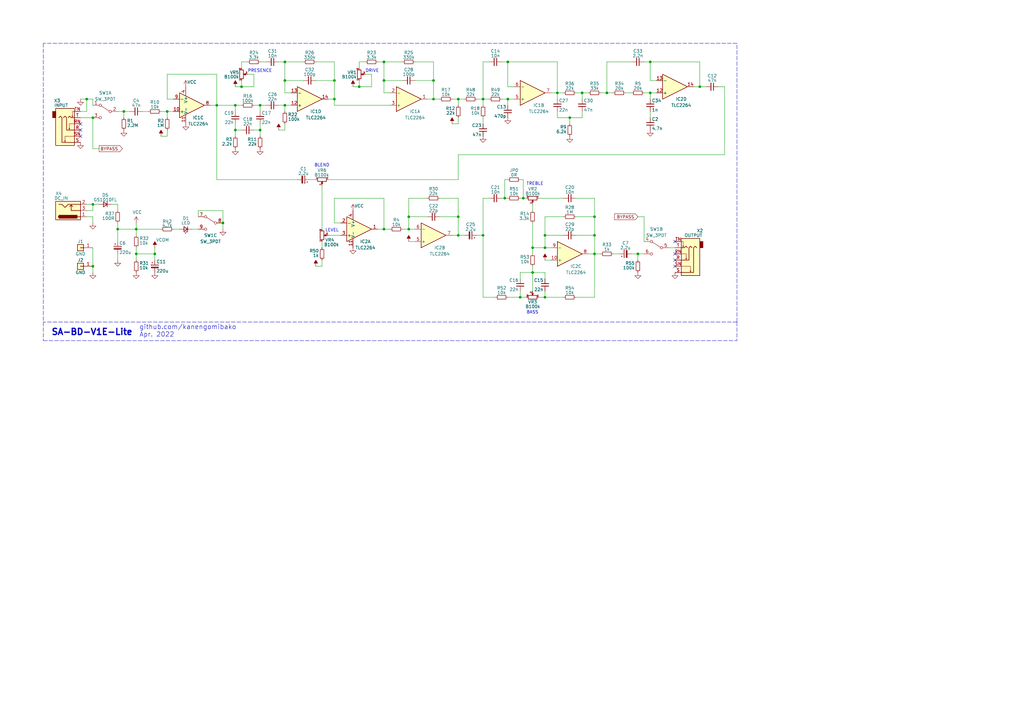
<source format=kicad_sch>
(kicad_sch (version 20211123) (generator eeschema)
  (paper "A3")
  (lib_symbols
    (symbol "Amplifier_Operational:TL074" (pin_names (offset 0.127))
      (property "Reference" "U" (at 0 5.08 0))
      (property "Value" "TL074" (at 0 -5.08 0))
      (symbol "TL074_1_1"
        (pin output line (at 7.62 0 180) (length 2.54) (name "~") (number "1"))
        (pin input line (at -7.62 -2.54 0) (length 2.54) (name "-") (number "2"))
        (pin input line (at -7.62 2.54 0) (length 2.54) (name "+") (number "3"))
      )
      (symbol "TL074_2_1"
        (pin input line (at -7.62 2.54 0) (length 2.54) (name "+") (number "5"))
        (pin input line (at -7.62 -2.54 0) (length 2.54) (name "-") (number "6"))
        (pin output line (at 7.62 0 180) (length 2.54) (name "~") (number "7"))
      )
      (symbol "TL074_3_1"
        (pin input line (at -7.62 2.54 0) (length 2.54) (name "+") (number "10"))
        (pin output line (at 7.62 0 180) (length 2.54) (name "~") (number "8"))
        (pin input line (at -7.62 -2.54 0) (length 2.54) (name "-") (number "9"))
      )
      (symbol "TL074_4_1"
        (pin input line (at -7.62 2.54 0) (length 2.54) (name "+") (number "12"))
        (pin input line (at -7.62 -2.54 0) (length 2.54) (name "-") (number "13"))
        (pin output line (at 7.62 0 180) (length 2.54) (name "~") (number "14"))
      )
      (symbol "TL074_5_1"
        (pin power_in line (at -2.54 -7.62 90) (length 3.81) (name "V-") (number "11"))
        (pin power_in line (at -2.54 7.62 270) (length 3.81) (name "V+") (number "4"))
      )
    )
    (symbol "Connector:AudioJack3_Switch"
      (property "Reference" "J" (at 0 11.43 0))
      (property "Value" "AudioJack3_Switch" (at 0 8.89 0))
      (symbol "AudioJack3_Switch_1_1"
        (pin passive line (at 5.08 0 180) (length 2.54) (name "~") (number "R"))
        (pin passive line (at 5.08 -2.54 180) (length 2.54) (name "~") (number "RN"))
        (pin passive line (at 5.08 5.08 180) (length 2.54) (name "~") (number "S"))
        (pin passive line (at 5.08 2.54 180) (length 2.54) (name "~") (number "SN"))
        (pin passive line (at 5.08 -5.08 180) (length 2.54) (name "~") (number "T"))
        (pin passive line (at 5.08 -7.62 180) (length 2.54) (name "~") (number "TN"))
      )
    )
    (symbol "Connector:Barrel_Jack_Switch" (pin_names hide)
      (property "Reference" "J" (at 0 5.334 0))
      (property "Value" "Barrel_Jack_Switch" (at 0 -5.08 0))
      (symbol "Barrel_Jack_Switch_1_1"
        (pin passive line (at 7.62 2.54 180) (length 2.54) (name "~") (number "1"))
        (pin passive line (at 7.62 -2.54 180) (length 2.54) (name "~") (number "2"))
        (pin passive line (at 7.62 0 180) (length 2.54) (name "~") (number "3"))
      )
    )
    (symbol "Connector_Generic:Conn_01x01" (pin_names (offset 1.016) hide)
      (property "Reference" "J" (at 0 2.54 0))
      (property "Value" "Conn_01x01" (at 0 -2.54 0))
      (symbol "Conn_01x01_1_1"
        (pin passive line (at -5.08 0 0) (length 3.81) (name "Pin_1") (number "1"))
      )
    )
    (symbol "Device:CP_Small" (pin_numbers hide) (pin_names (offset 0.254) hide)
      (property "Reference" "C" (at 0.254 1.778 0))
      (property "Value" "Device_CP_Small" (at 0.254 -2.032 0))
      (symbol "CP_Small_1_1"
        (pin passive line (at 0 2.54 270) (length 1.8542) (name "~") (number "1"))
        (pin passive line (at 0 -2.54 90) (length 1.8542) (name "~") (number "2"))
      )
    )
    (symbol "Device:C_Small" (pin_numbers hide) (pin_names (offset 0.254) hide)
      (property "Reference" "C" (at 0.254 1.778 0))
      (property "Value" "C_Small" (at 0.254 -2.032 0))
      (symbol "C_Small_1_1"
        (pin passive line (at 0 2.54 270) (length 2.032) (name "~") (number "1"))
        (pin passive line (at 0 -2.54 90) (length 2.032) (name "~") (number "2"))
      )
    )
    (symbol "Device:D_Small" (pin_numbers hide) (pin_names (offset 0.254) hide)
      (property "Reference" "D" (at -1.27 2.032 0))
      (property "Value" "D_Small" (at -3.81 -2.032 0))
      (symbol "D_Small_1_1"
        (pin passive line (at -2.54 0 0) (length 1.778) (name "K") (number "1"))
        (pin passive line (at 2.54 0 180) (length 1.778) (name "A") (number "2"))
      )
    )
    (symbol "Device:LED_Small" (pin_numbers hide) (pin_names (offset 0.254) hide)
      (property "Reference" "D" (at -1.27 3.175 0))
      (property "Value" "LED_Small" (at -4.445 -2.54 0))
      (symbol "LED_Small_1_1"
        (pin passive line (at -2.54 0 0) (length 1.778) (name "K") (number "1"))
        (pin passive line (at 2.54 0 180) (length 1.778) (name "A") (number "2"))
      )
    )
    (symbol "Device:R_POT_Small" (pin_names (offset 1.016) hide)
      (property "Reference" "RV" (at -4.445 0 90))
      (property "Value" "Device_R_POT_Small" (at -2.54 0 90))
      (symbol "R_POT_Small_1_1"
        (pin passive line (at 0 2.54 270) (length 0.635) (name "1") (number "1"))
        (pin passive line (at 2.54 0 180) (length 0.9906) (name "2") (number "2"))
        (pin passive line (at 0 -2.54 90) (length 0.635) (name "3") (number "3"))
      )
    )
    (symbol "Device:R_Small" (pin_numbers hide) (pin_names (offset 0.254) hide)
      (property "Reference" "R" (at 0.762 0.508 0))
      (property "Value" "R_Small" (at 0.762 -1.016 0))
      (symbol "R_Small_1_1"
        (pin passive line (at 0 2.54 270) (length 0.762) (name "~") (number "1"))
        (pin passive line (at 0 -2.54 90) (length 0.762) (name "~") (number "2"))
      )
    )
    (symbol "myLib:SW_3PDT" (pin_names (offset 0) hide)
      (property "Reference" "SW" (at 0 4.318 0))
      (property "Value" "SW_3PDT" (at 0 -5.08 0))
      (symbol "SW_3PDT_1_1"
        (pin passive line (at 5.08 2.54 180) (length 2.54) (name "A") (number "1"))
        (pin passive line (at -5.08 0 0) (length 2.54) (name "B") (number "2"))
        (pin passive line (at 5.08 -2.54 180) (length 2.54) (name "C") (number "3"))
      )
      (symbol "SW_3PDT_2_1"
        (pin passive line (at 5.08 2.54 180) (length 2.54) (name "A") (number "4"))
        (pin passive line (at -5.08 0 0) (length 2.54) (name "B") (number "5"))
        (pin passive line (at 5.08 -2.54 180) (length 2.54) (name "C") (number "6"))
      )
      (symbol "SW_3PDT_3_1"
        (pin passive line (at 5.08 2.54 180) (length 2.54) (name "A") (number "7"))
        (pin passive line (at -5.08 0 0) (length 2.54) (name "B") (number "8"))
        (pin passive line (at 5.08 -2.54 180) (length 2.54) (name "C") (number "9"))
      )
    )
    (symbol "power:GND" (power) (pin_names (offset 0))
      (property "Value" "GND" (at 0 -3.81 0))
      (symbol "GND_1_1"
        (pin power_in line (at 0 0 270) (length 0) hide (name "GND") (number "1"))
      )
    )
    (symbol "power:VCC" (power) (pin_names (offset 0))
      (property "Value" "VCC" (at 0 3.81 0))
      (symbol "VCC_1_1"
        (pin power_in line (at 0 0 90) (length 0) hide (name "VCC") (number "1"))
      )
    )
    (symbol "power:VCOM" (power) (pin_names (offset 0))
      (property "Value" "VCOM" (at 0 3.81 0))
      (symbol "VCOM_1_1"
        (pin power_in line (at 0 0 90) (length 0) hide (name "VCOM") (number "1"))
      )
    )
  )
  (junction (at 38.1 48.26))
  (junction (at 266.7 38.1))
  (junction (at 214.63 81.28))
  (junction (at 208.28 40.64))
  (junction (at 177.8 33.02))
  (junction (at 157.48 33.02))
  (junction (at 106.68 53.34))
  (junction (at 68.58 45.72))
  (junction (at 91.44 91.44))
  (junction (at 116.84 25.4))
  (junction (at 167.64 88.9))
  (junction (at 167.64 93.98))
  (junction (at 198.12 96.52))
  (junction (at 38.1 83.82))
  (junction (at 63.5 104.14))
  (junction (at 55.88 93.98))
  (junction (at 116.84 43.18))
  (junction (at 187.96 96.52))
  (junction (at 208.28 25.4))
  (junction (at 50.8 45.72))
  (junction (at 213.36 121.92))
  (junction (at 147.32 35.56))
  (junction (at 261.62 104.14))
  (junction (at 218.44 101.6))
  (junction (at 157.48 93.98))
  (junction (at 266.7 25.4))
  (junction (at 233.68 48.26))
  (junction (at 243.84 88.9))
  (junction (at 48.26 93.98))
  (junction (at 187.96 40.64))
  (junction (at 187.96 88.9))
  (junction (at 223.52 101.6))
  (junction (at 207.01 81.28))
  (junction (at 243.84 104.14))
  (junction (at 198.12 40.64))
  (junction (at 287.02 35.56))
  (junction (at 106.68 43.18))
  (junction (at 223.52 96.52))
  (junction (at 35.56 40.64))
  (junction (at 157.48 25.4))
  (junction (at 243.84 96.52))
  (junction (at 88.9 43.18))
  (junction (at 177.8 40.64))
  (junction (at 137.16 40.64))
  (junction (at 228.6 38.1))
  (junction (at 238.76 38.1))
  (junction (at 223.52 121.92))
  (junction (at 99.06 35.56))
  (junction (at 96.52 53.34))
  (junction (at 218.44 111.76))
  (junction (at 96.52 43.18))
  (junction (at 116.84 33.02))
  (junction (at 38.1 109.22))
  (junction (at 55.88 104.14))
  (junction (at 248.92 38.1))
  (junction (at 137.16 33.02))
  (no_connect (at 33.02 53.34))
  (no_connect (at 276.86 104.14))
  (no_connect (at 276.86 99.06))
  (no_connect (at 276.86 109.22))
  (no_connect (at 276.86 106.68))
  (no_connect (at 33.02 55.88))
  (no_connect (at 33.02 50.8))
  (wire (pts (xy 213.36 119.38) (xy 213.36 121.92)))
  (wire (pts (xy 243.84 88.9) (xy 243.84 96.52)))
  (wire (pts (xy 165.1 33.02) (xy 157.48 33.02)))
  (wire (pts (xy 48.26 83.82) (xy 48.26 86.36)))
  (wire (pts (xy 233.68 48.26) (xy 238.76 48.26)))
  (wire (pts (xy 266.7 33.02) (xy 266.7 25.4)))
  (wire (pts (xy 132.08 101.6) (xy 132.08 99.06)))
  (wire (pts (xy 106.68 43.18) (xy 109.22 43.18)))
  (wire (pts (xy 91.44 86.36) (xy 91.44 91.44)))
  (wire (pts (xy 228.6 25.4) (xy 228.6 38.1)))
  (wire (pts (xy 106.68 53.34) (xy 106.68 50.8)))
  (wire (pts (xy 60.96 45.72) (xy 58.42 45.72)))
  (wire (pts (xy 246.38 38.1) (xy 248.92 38.1)))
  (wire (pts (xy 266.7 45.72) (xy 266.7 48.26)))
  (wire (pts (xy 114.3 25.4) (xy 116.84 25.4)))
  (wire (pts (xy 104.14 30.48) (xy 104.14 35.56)))
  (wire (pts (xy 38.1 43.18) (xy 38.1 40.64)))
  (wire (pts (xy 187.96 73.66) (xy 187.96 63.5)))
  (wire (pts (xy 223.52 111.76) (xy 218.44 111.76)))
  (wire (pts (xy 68.58 30.48) (xy 88.9 30.48)))
  (wire (pts (xy 71.12 40.64) (xy 68.58 40.64)))
  (polyline (pts (xy 302.26 132.08) (xy 17.78 132.08)))
  (wire (pts (xy 99.06 25.4) (xy 101.6 25.4)))
  (wire (pts (xy 106.68 25.4) (xy 109.22 25.4)))
  (wire (pts (xy 266.7 38.1) (xy 264.16 38.1)))
  (wire (pts (xy 241.3 38.1) (xy 238.76 38.1)))
  (wire (pts (xy 33.02 45.72) (xy 35.56 45.72)))
  (wire (pts (xy 200.66 40.64) (xy 198.12 40.64)))
  (wire (pts (xy 55.88 93.98) (xy 66.04 93.98)))
  (wire (pts (xy 264.16 25.4) (xy 266.7 25.4)))
  (wire (pts (xy 264.16 99.06) (xy 264.16 88.9)))
  (wire (pts (xy 35.56 88.9) (xy 38.1 88.9)))
  (wire (pts (xy 231.14 38.1) (xy 228.6 38.1)))
  (wire (pts (xy 124.46 25.4) (xy 116.84 25.4)))
  (wire (pts (xy 35.56 45.72) (xy 35.56 40.64)))
  (wire (pts (xy 167.64 88.9) (xy 167.64 81.28)))
  (wire (pts (xy 228.6 48.26) (xy 233.68 48.26)))
  (wire (pts (xy 243.84 121.92) (xy 243.84 104.14)))
  (wire (pts (xy 96.52 35.56) (xy 99.06 35.56)))
  (wire (pts (xy 116.84 53.34) (xy 116.84 50.8)))
  (wire (pts (xy 106.68 43.18) (xy 106.68 45.72)))
  (wire (pts (xy 261.62 106.68) (xy 261.62 104.14)))
  (wire (pts (xy 198.12 48.26) (xy 198.12 50.8)))
  (wire (pts (xy 35.56 83.82) (xy 38.1 83.82)))
  (wire (pts (xy 48.26 93.98) (xy 48.26 99.06)))
  (wire (pts (xy 63.5 104.14) (xy 63.5 106.68)))
  (wire (pts (xy 129.54 33.02) (xy 137.16 33.02)))
  (wire (pts (xy 167.64 81.28) (xy 175.26 81.28)))
  (wire (pts (xy 185.42 40.64) (xy 187.96 40.64)))
  (wire (pts (xy 207.01 81.28) (xy 208.28 81.28)))
  (wire (pts (xy 198.12 40.64) (xy 195.58 40.64)))
  (wire (pts (xy 139.7 91.44) (xy 137.16 91.44)))
  (wire (pts (xy 33.02 40.64) (xy 35.56 40.64)))
  (wire (pts (xy 297.18 35.56) (xy 297.18 63.5)))
  (wire (pts (xy 266.7 25.4) (xy 287.02 25.4)))
  (wire (pts (xy 66.04 45.72) (xy 68.58 45.72)))
  (wire (pts (xy 170.18 93.98) (xy 167.64 93.98)))
  (wire (pts (xy 198.12 81.28) (xy 198.12 96.52)))
  (wire (pts (xy 137.16 40.64) (xy 134.62 40.64)))
  (wire (pts (xy 223.52 96.52) (xy 231.14 96.52)))
  (wire (pts (xy 187.96 63.5) (xy 297.18 63.5)))
  (wire (pts (xy 187.96 96.52) (xy 187.96 88.9)))
  (wire (pts (xy 99.06 27.94) (xy 99.06 25.4)))
  (wire (pts (xy 157.48 81.28) (xy 157.48 93.98)))
  (wire (pts (xy 190.5 96.52) (xy 187.96 96.52)))
  (wire (pts (xy 119.38 38.1) (xy 116.84 38.1)))
  (wire (pts (xy 223.52 121.92) (xy 231.14 121.92)))
  (wire (pts (xy 208.28 25.4) (xy 205.74 25.4)))
  (wire (pts (xy 55.88 104.14) (xy 63.5 104.14)))
  (wire (pts (xy 261.62 104.14) (xy 264.16 104.14)))
  (wire (pts (xy 137.16 43.18) (xy 160.02 43.18)))
  (wire (pts (xy 132.08 109.22) (xy 132.08 106.68)))
  (wire (pts (xy 33.02 48.26) (xy 38.1 48.26)))
  (wire (pts (xy 248.92 25.4) (xy 259.08 25.4)))
  (wire (pts (xy 243.84 96.52) (xy 243.84 104.14)))
  (wire (pts (xy 63.5 104.14) (xy 63.5 101.6)))
  (wire (pts (xy 228.6 38.1) (xy 226.06 38.1)))
  (wire (pts (xy 38.1 83.82) (xy 40.64 83.82)))
  (wire (pts (xy 48.26 91.44) (xy 48.26 93.98)))
  (wire (pts (xy 55.88 93.98) (xy 55.88 96.52)))
  (wire (pts (xy 223.52 101.6) (xy 218.44 101.6)))
  (wire (pts (xy 137.16 81.28) (xy 157.48 81.28)))
  (wire (pts (xy 114.3 43.18) (xy 116.84 43.18)))
  (wire (pts (xy 236.22 96.52) (xy 243.84 96.52)))
  (wire (pts (xy 48.26 93.98) (xy 55.88 93.98)))
  (wire (pts (xy 68.58 55.88) (xy 66.04 55.88)))
  (wire (pts (xy 116.84 43.18) (xy 116.84 45.72)))
  (wire (pts (xy 187.96 88.9) (xy 187.96 81.28)))
  (wire (pts (xy 213.36 73.66) (xy 214.63 73.66)))
  (wire (pts (xy 223.52 114.3) (xy 223.52 111.76)))
  (wire (pts (xy 233.68 50.8) (xy 233.68 48.26)))
  (wire (pts (xy 78.74 93.98) (xy 81.28 93.98)))
  (wire (pts (xy 144.78 35.56) (xy 147.32 35.56)))
  (wire (pts (xy 198.12 96.52) (xy 198.12 121.92)))
  (wire (pts (xy 177.8 40.64) (xy 175.26 40.64)))
  (wire (pts (xy 177.8 33.02) (xy 177.8 40.64)))
  (wire (pts (xy 218.44 109.22) (xy 218.44 111.76)))
  (wire (pts (xy 187.96 81.28) (xy 180.34 81.28)))
  (wire (pts (xy 127 73.66) (xy 129.54 73.66)))
  (wire (pts (xy 88.9 43.18) (xy 86.36 43.18)))
  (wire (pts (xy 214.63 81.28) (xy 214.63 73.66)))
  (wire (pts (xy 208.28 121.92) (xy 213.36 121.92)))
  (wire (pts (xy 137.16 25.4) (xy 137.16 33.02)))
  (wire (pts (xy 170.18 33.02) (xy 177.8 33.02)))
  (wire (pts (xy 88.9 73.66) (xy 121.92 73.66)))
  (wire (pts (xy 218.44 91.44) (xy 218.44 101.6)))
  (wire (pts (xy 88.9 43.18) (xy 88.9 73.66)))
  (wire (pts (xy 226.06 101.6) (xy 223.52 101.6)))
  (wire (pts (xy 96.52 43.18) (xy 99.06 43.18)))
  (wire (pts (xy 99.06 35.56) (xy 99.06 33.02)))
  (wire (pts (xy 218.44 101.6) (xy 218.44 104.14)))
  (wire (pts (xy 147.32 27.94) (xy 147.32 25.4)))
  (wire (pts (xy 223.52 96.52) (xy 223.52 88.9)))
  (wire (pts (xy 261.62 88.9) (xy 264.16 88.9)))
  (wire (pts (xy 68.58 53.34) (xy 68.58 55.88)))
  (wire (pts (xy 187.96 40.64) (xy 187.96 43.18)))
  (wire (pts (xy 137.16 43.18) (xy 137.16 40.64)))
  (wire (pts (xy 238.76 38.1) (xy 238.76 40.64)))
  (wire (pts (xy 81.28 88.9) (xy 81.28 86.36)))
  (wire (pts (xy 185.42 50.8) (xy 187.96 50.8)))
  (wire (pts (xy 50.8 45.72) (xy 53.34 45.72)))
  (wire (pts (xy 132.08 76.2) (xy 132.08 93.98)))
  (wire (pts (xy 269.24 38.1) (xy 266.7 38.1)))
  (wire (pts (xy 104.14 35.56) (xy 99.06 35.56)))
  (wire (pts (xy 116.84 33.02) (xy 116.84 38.1)))
  (wire (pts (xy 210.82 40.64) (xy 208.28 40.64)))
  (wire (pts (xy 187.96 48.26) (xy 187.96 50.8)))
  (wire (pts (xy 170.18 25.4) (xy 177.8 25.4)))
  (wire (pts (xy 210.82 35.56) (xy 208.28 35.56)))
  (wire (pts (xy 157.48 38.1) (xy 157.48 33.02)))
  (wire (pts (xy 213.36 81.28) (xy 214.63 81.28)))
  (wire (pts (xy 236.22 38.1) (xy 238.76 38.1)))
  (wire (pts (xy 152.4 30.48) (xy 152.4 35.56)))
  (wire (pts (xy 88.9 30.48) (xy 88.9 43.18)))
  (wire (pts (xy 185.42 96.52) (xy 187.96 96.52)))
  (wire (pts (xy 236.22 81.28) (xy 243.84 81.28)))
  (wire (pts (xy 45.72 83.82) (xy 48.26 83.82)))
  (wire (pts (xy 231.14 88.9) (xy 223.52 88.9)))
  (wire (pts (xy 218.44 83.82) (xy 218.44 86.36)))
  (wire (pts (xy 55.88 91.44) (xy 55.88 93.98)))
  (wire (pts (xy 99.06 53.34) (xy 96.52 53.34)))
  (wire (pts (xy 208.28 40.64) (xy 205.74 40.64)))
  (wire (pts (xy 207.01 73.66) (xy 207.01 81.28)))
  (wire (pts (xy 213.36 111.76) (xy 218.44 111.76)))
  (wire (pts (xy 38.1 83.82) (xy 38.1 86.36)))
  (wire (pts (xy 177.8 25.4) (xy 177.8 33.02)))
  (wire (pts (xy 259.08 104.14) (xy 261.62 104.14)))
  (wire (pts (xy 294.64 35.56) (xy 297.18 35.56)))
  (wire (pts (xy 167.64 93.98) (xy 165.1 93.98)))
  (wire (pts (xy 160.02 38.1) (xy 157.48 38.1)))
  (wire (pts (xy 68.58 45.72) (xy 71.12 45.72)))
  (wire (pts (xy 274.32 101.6) (xy 276.86 101.6)))
  (wire (pts (xy 157.48 93.98) (xy 160.02 93.98)))
  (wire (pts (xy 198.12 25.4) (xy 198.12 40.64)))
  (polyline (pts (xy 17.78 139.7) (xy 302.26 139.7)))
  (wire (pts (xy 198.12 43.18) (xy 198.12 40.64)))
  (wire (pts (xy 170.18 99.06) (xy 167.64 99.06)))
  (wire (pts (xy 55.88 101.6) (xy 55.88 104.14)))
  (wire (pts (xy 269.24 33.02) (xy 266.7 33.02)))
  (wire (pts (xy 228.6 38.1) (xy 228.6 40.64)))
  (wire (pts (xy 195.58 96.52) (xy 198.12 96.52)))
  (wire (pts (xy 198.12 121.92) (xy 203.2 121.92)))
  (wire (pts (xy 147.32 25.4) (xy 149.86 25.4)))
  (wire (pts (xy 38.1 109.22) (xy 38.1 111.76)))
  (wire (pts (xy 187.96 40.64) (xy 190.5 40.64)))
  (wire (pts (xy 35.56 86.36) (xy 38.1 86.36)))
  (wire (pts (xy 198.12 81.28) (xy 200.66 81.28)))
  (wire (pts (xy 96.52 53.34) (xy 96.52 50.8)))
  (wire (pts (xy 208.28 25.4) (xy 228.6 25.4)))
  (wire (pts (xy 38.1 88.9) (xy 38.1 91.44)))
  (wire (pts (xy 137.16 33.02) (xy 137.16 40.64)))
  (wire (pts (xy 96.52 55.88) (xy 96.52 53.34)))
  (wire (pts (xy 106.68 55.88) (xy 106.68 53.34)))
  (wire (pts (xy 134.62 96.52) (xy 139.7 96.52)))
  (wire (pts (xy 208.28 43.18) (xy 208.28 40.64)))
  (wire (pts (xy 104.14 43.18) (xy 106.68 43.18)))
  (wire (pts (xy 205.74 81.28) (xy 207.01 81.28)))
  (wire (pts (xy 223.52 101.6) (xy 223.52 96.52)))
  (polyline (pts (xy 17.78 17.78) (xy 17.78 139.7)))
  (wire (pts (xy 243.84 81.28) (xy 243.84 88.9)))
  (wire (pts (xy 134.62 73.66) (xy 187.96 73.66)))
  (wire (pts (xy 236.22 88.9) (xy 243.84 88.9)))
  (wire (pts (xy 68.58 48.26) (xy 68.58 45.72)))
  (wire (pts (xy 287.02 35.56) (xy 289.56 35.56)))
  (wire (pts (xy 287.02 25.4) (xy 287.02 35.56)))
  (wire (pts (xy 116.84 25.4) (xy 116.84 33.02)))
  (wire (pts (xy 48.26 106.68) (xy 48.26 104.14)))
  (wire (pts (xy 101.6 30.48) (xy 104.14 30.48)))
  (wire (pts (xy 114.3 53.34) (xy 116.84 53.34)))
  (wire (pts (xy 55.88 104.14) (xy 55.88 106.68)))
  (wire (pts (xy 71.12 93.98) (xy 73.66 93.98)))
  (wire (pts (xy 220.98 121.92) (xy 223.52 121.92)))
  (wire (pts (xy 200.66 25.4) (xy 198.12 25.4)))
  (wire (pts (xy 81.28 86.36) (xy 91.44 86.36)))
  (wire (pts (xy 157.48 25.4) (xy 157.48 33.02)))
  (wire (pts (xy 149.86 30.48) (xy 152.4 30.48)))
  (wire (pts (xy 213.36 121.92) (xy 215.9 121.92)))
  (wire (pts (xy 96.52 45.72) (xy 96.52 43.18)))
  (wire (pts (xy 104.14 53.34) (xy 106.68 53.34)))
  (wire (pts (xy 167.64 88.9) (xy 167.64 93.98)))
  (wire (pts (xy 254 104.14) (xy 251.46 104.14)))
  (wire (pts (xy 213.36 114.3) (xy 213.36 111.76)))
  (wire (pts (xy 228.6 45.72) (xy 228.6 48.26)))
  (wire (pts (xy 266.7 40.64) (xy 266.7 38.1)))
  (wire (pts (xy 154.94 25.4) (xy 157.48 25.4)))
  (wire (pts (xy 220.98 81.28) (xy 231.14 81.28)))
  (wire (pts (xy 214.63 81.28) (xy 215.9 81.28)))
  (wire (pts (xy 91.44 91.44) (xy 91.44 93.98)))
  (wire (pts (xy 38.1 101.6) (xy 38.1 109.22)))
  (wire (pts (xy 147.32 35.56) (xy 147.32 33.02)))
  (wire (pts (xy 248.92 38.1) (xy 251.46 38.1)))
  (polyline (pts (xy 302.26 132.08) (xy 302.26 139.7)))
  (wire (pts (xy 88.9 43.18) (xy 96.52 43.18)))
  (wire (pts (xy 218.44 111.76) (xy 218.44 119.38)))
  (polyline (pts (xy 302.26 17.78) (xy 17.78 17.78)))
  (wire (pts (xy 238.76 48.26) (xy 238.76 45.72)))
  (wire (pts (xy 208.28 73.66) (xy 207.01 73.66)))
  (wire (pts (xy 38.1 40.64) (xy 35.56 40.64)))
  (wire (pts (xy 38.1 48.26) (xy 38.1 60.96)))
  (polyline (pts (xy 302.26 132.08) (xy 302.26 17.78)))
  (wire (pts (xy 243.84 104.14) (xy 241.3 104.14)))
  (wire (pts (xy 175.26 88.9) (xy 167.64 88.9)))
  (wire (pts (xy 246.38 104.14) (xy 243.84 104.14)))
  (wire (pts (xy 236.22 121.92) (xy 243.84 121.92)))
  (wire (pts (xy 208.28 25.4) (xy 208.28 35.56)))
  (wire (pts (xy 129.54 109.22) (xy 132.08 109.22)))
  (wire (pts (xy 68.58 40.64) (xy 68.58 30.48)))
  (wire (pts (xy 129.54 25.4) (xy 137.16 25.4)))
  (wire (pts (xy 152.4 35.56) (xy 147.32 35.56)))
  (wire (pts (xy 180.34 40.64) (xy 177.8 40.64)))
  (wire (pts (xy 256.54 38.1) (xy 259.08 38.1)))
  (wire (pts (xy 137.16 81.28) (xy 137.16 91.44)))
  (wire (pts (xy 157.48 25.4) (xy 165.1 25.4)))
  (wire (pts (xy 124.46 33.02) (xy 116.84 33.02)))
  (wire (pts (xy 223.52 106.68) (xy 226.06 106.68)))
  (wire (pts (xy 50.8 48.26) (xy 50.8 45.72)))
  (wire (pts (xy 48.26 45.72) (xy 50.8 45.72)))
  (wire (pts (xy 284.48 35.56) (xy 287.02 35.56)))
  (wire (pts (xy 154.94 93.98) (xy 157.48 93.98)))
  (wire (pts (xy 116.84 43.18) (xy 119.38 43.18)))
  (wire (pts (xy 180.34 88.9) (xy 187.96 88.9)))
  (wire (pts (xy 223.52 119.38) (xy 223.52 121.92)))
  (wire (pts (xy 40.64 60.96) (xy 38.1 60.96)))
  (wire (pts (xy 248.92 25.4) (xy 248.92 38.1)))
  (text "github.com/kanengomibako\nApr. 2022" (at 57.15 138.43 0) (effects (font (size 1.905 1.905)) (justify left bottom)))
  (text "BLEND" (at 128.905 68.58 0) (effects (font (size 1.27 1.27)) (justify left bottom)))
  (text "SA-BD-V1E-Lite" (at 20.955 137.795 0) (effects (font (size 2.54 2.54) (thickness 0.508) bold) (justify left bottom)))
  (text "PRESENCE" (at 101.6 29.845 0) (effects (font (size 1.27 1.27)) (justify left bottom)))
  (text "DRIVE" (at 149.86 29.845 0) (effects (font (size 1.27 1.27)) (justify left bottom)))
  (text "LEVEL" (at 133.35 95.25 0) (effects (font (size 1.27 1.27)) (justify left bottom)))
  (text "BASS" (at 215.9 128.905 0) (effects (font (size 1.27 1.27)) (justify left bottom)))
  (text "TREBLE" (at 215.9 76.2 0) (effects (font (size 1.27 1.27)) (justify left bottom)))
  (global_label "BYPASS" (shape input) (at 261.62 88.9 180) (property "Intersheet References" "${INTERSHEET_REFS}" (effects hide)))
  (global_label "BYPASS" (shape output) (at 40.64 60.96 0) (property "Intersheet References" "${INTERSHEET_REFS}" (effects hide)))
  (symbol (lib_id "power:VCOM") (at 66.04 55.88 0) (unit 1)
    (property "Reference" "#PWR0138" (effects hide))
    (property "Value" "VCOM" (effects hide))
  )
  (symbol (lib_id "Device:CP_Small") (at 48.26 101.6 0) (unit 1)
    (property "Reference" "C6" (at 48.895 99.695 0) (effects (justify left)))
    (property "Value" "220u" (at 48.895 103.505 0) (effects (justify left)))
    (property "Footprint" "Capacitor_THT:CP_Radial_D6.3mm_P2.50mm" (effects hide))
  )
  (symbol (lib_id "Device:R_Small") (at 55.88 99.06 0) (mirror y) (unit 1)
    (property "Reference" "R32" (at 57.15 97.79 0) (effects (justify right)))
    (property "Value" "10k" (at 57.15 99.695 0) (effects (justify right)))
    (property "Footprint" "Resistor_SMD:R_0603_1608Metric_Pad0.98x0.95mm_HandSolder" (effects hide))
  )
  (symbol (lib_id "Device:R_Small") (at 55.88 109.22 0) (mirror y) (unit 1)
    (property "Reference" "R31" (at 57.15 107.95 0) (effects (justify right)))
    (property "Value" "10k" (at 57.15 109.855 0) (effects (justify right)))
    (property "Footprint" "Resistor_SMD:R_0603_1608Metric_Pad0.98x0.95mm_HandSolder" (effects hide))
  )
  (symbol (lib_id "Device:CP_Small") (at 63.5 109.22 0) (unit 1)
    (property "Reference" "C11" (at 64.135 107.315 0) (effects (justify left)))
    (property "Value" "220u" (at 64.135 111.125 0) (effects (justify left)))
    (property "Footprint" "Capacitor_THT:CP_Radial_D6.3mm_P2.50mm" (effects hide))
  )
  (symbol (lib_id "power:GND") (at 55.88 111.76 0) (unit 1)
    (property "Reference" "#PWR0154" (effects hide))
    (property "Value" "GND" (effects hide))
  )
  (symbol (lib_id "power:GND") (at 63.5 111.76 0) (unit 1)
    (property "Reference" "#PWR0153" (effects hide))
    (property "Value" "GND" (effects hide))
  )
  (symbol (lib_id "Device:R_Small") (at 68.58 50.8 0) (unit 1)
    (property "Reference" "R2" (at 67.31 49.53 0) (effects (justify right)))
    (property "Value" "1M" (at 67.31 51.435 0) (effects (justify right)))
    (property "Footprint" "Resistor_SMD:R_0603_1608Metric_Pad0.98x0.95mm_HandSolder" (effects hide))
  )
  (symbol (lib_id "Device:R_Small") (at 63.5 45.72 270) (unit 1)
    (property "Reference" "R10" (at 63.5 41.91 90))
    (property "Value" "10k" (at 63.5 43.815 90))
    (property "Footprint" "Resistor_SMD:R_0603_1608Metric_Pad0.98x0.95mm_HandSolder" (effects hide))
  )
  (symbol (lib_id "Device:C_Small") (at 55.88 45.72 270) (unit 1)
    (property "Reference" "C4" (at 55.88 41.275 90))
    (property "Value" "47n" (at 55.88 43.18 90))
    (property "Footprint" "Capacitor_SMD:C_1206_3216Metric" (effects hide))
  )
  (symbol (lib_id "Device:C_Small") (at 233.68 96.52 270) (unit 1)
    (property "Reference" "C29" (at 233.68 92.075 90))
    (property "Value" "22p" (at 233.68 93.98 90))
    (property "Footprint" "Capacitor_SMD:C_0603_1608Metric_Pad1.08x0.95mm_HandSolder" (effects hide))
  )
  (symbol (lib_id "Device:R_Small") (at 210.82 81.28 270) (unit 1)
    (property "Reference" "R51" (at 210.82 77.47 90))
    (property "Value" "10k" (at 210.82 79.375 90))
    (property "Footprint" "Resistor_SMD:R_0603_1608Metric_Pad0.98x0.95mm_HandSolder" (effects hide))
  )
  (symbol (lib_id "power:VCOM") (at 63.5 101.6 0) (unit 1)
    (property "Reference" "#PWR0146" (effects hide))
    (property "Value" "VCOM" (at 66.675 98.425 0))
  )
  (symbol (lib_id "Device:R_Small") (at 101.6 43.18 270) (unit 1)
    (property "Reference" "R16" (at 101.6 39.37 90))
    (property "Value" "100k" (at 101.6 41.275 90))
    (property "Footprint" "Resistor_SMD:R_0603_1608Metric_Pad0.98x0.95mm_HandSolder" (effects hide))
  )
  (symbol (lib_id "Device:C_Small") (at 101.6 53.34 270) (unit 1)
    (property "Reference" "C18" (at 101.6 48.895 90))
    (property "Value" "22n" (at 101.6 50.8 90))
    (property "Footprint" "Capacitor_SMD:C_0805_2012Metric" (effects hide))
  )
  (symbol (lib_id "Device:R_Small") (at 96.52 58.42 0) (unit 1)
    (property "Reference" "R3" (at 95.25 57.15 0) (effects (justify right)))
    (property "Value" "2.2k" (at 95.25 59.055 0) (effects (justify right)))
    (property "Footprint" "Resistor_SMD:R_0603_1608Metric_Pad0.98x0.95mm_HandSolder" (effects hide))
  )
  (symbol (lib_id "Device:R_Small") (at 106.68 58.42 0) (unit 1)
    (property "Reference" "R11" (at 105.41 57.15 0) (effects (justify right)))
    (property "Value" "22k" (at 105.41 59.055 0) (effects (justify right)))
    (property "Footprint" "Resistor_SMD:R_0603_1608Metric_Pad0.98x0.95mm_HandSolder" (effects hide))
  )
  (symbol (lib_id "Device:C_Small") (at 96.52 48.26 0) (mirror x) (unit 1)
    (property "Reference" "C19" (at 95.885 46.355 0) (effects (justify right)))
    (property "Value" "22n" (at 95.885 50.165 0) (effects (justify right)))
    (property "Footprint" "Capacitor_SMD:C_0805_2012Metric" (effects hide))
  )
  (symbol (lib_id "Device:C_Small") (at 106.68 48.26 180) (unit 1)
    (property "Reference" "C17" (at 107.315 46.355 0) (effects (justify right)))
    (property "Value" "22n" (at 107.315 50.165 0) (effects (justify right)))
    (property "Footprint" "Capacitor_SMD:C_0805_2012Metric" (effects hide))
  )
  (symbol (lib_id "power:GND") (at 48.26 106.68 0) (unit 1)
    (property "Reference" "#PWR0120" (effects hide))
    (property "Value" "GND" (effects hide))
  )
  (symbol (lib_id "power:VCC") (at 55.88 91.44 0) (unit 1)
    (property "Reference" "#PWR0122" (effects hide))
    (property "Value" "VCC" (at 56.261 87.0458 0))
  )
  (symbol (lib_id "Device:C_Small") (at 111.76 43.18 270) (unit 1)
    (property "Reference" "C26" (at 111.76 38.735 90))
    (property "Value" "22n" (at 111.76 40.64 90))
    (property "Footprint" "Capacitor_SMD:C_0805_2012Metric" (effects hide))
  )
  (symbol (lib_id "Device:R_Small") (at 116.84 48.26 0) (mirror y) (unit 1)
    (property "Reference" "R22" (at 118.11 46.99 0) (effects (justify right)))
    (property "Value" "100k" (at 118.11 48.895 0) (effects (justify right)))
    (property "Footprint" "Resistor_SMD:R_0603_1608Metric_Pad0.98x0.95mm_HandSolder" (effects hide))
  )
  (symbol (lib_id "power:VCOM") (at 114.3 53.34 0) (unit 1)
    (property "Reference" "#PWR0102" (effects hide))
    (property "Value" "VCOM" (effects hide))
  )
  (symbol (lib_id "Device:C_Small") (at 111.76 25.4 270) (unit 1)
    (property "Reference" "C31" (at 111.76 20.955 90))
    (property "Value" "10n" (at 111.76 22.86 90))
    (property "Footprint" "Capacitor_SMD:C_0603_1608Metric_Pad1.08x0.95mm_HandSolder" (effects hide))
  )
  (symbol (lib_id "Device:R_Small") (at 104.14 25.4 270) (unit 1)
    (property "Reference" "R24" (at 104.14 21.59 90))
    (property "Value" "3.3k" (at 104.14 23.495 90))
    (property "Footprint" "Resistor_SMD:R_0603_1608Metric_Pad0.98x0.95mm_HandSolder" (effects hide))
  )
  (symbol (lib_id "Device:R_POT_Small") (at 99.06 30.48 0) (mirror x) (unit 1)
    (property "Reference" "VR5" (at 98.044 29.718 0) (effects (justify right)))
    (property "Value" "B100k" (at 98.044 31.496 0) (effects (justify right)))
    (property "Footprint" "myFoot:my_pot_slide_30mm_travel" (effects hide))
  )
  (symbol (lib_id "power:VCOM") (at 96.52 35.56 0) (unit 1)
    (property "Reference" "#PWR0103" (effects hide))
    (property "Value" "VCOM" (effects hide))
  )
  (symbol (lib_id "Device:C_Small") (at 127 33.02 270) (unit 1)
    (property "Reference" "C32" (at 127 28.575 90))
    (property "Value" "100p" (at 127 30.48 90))
    (property "Footprint" "Capacitor_SMD:C_0603_1608Metric_Pad1.08x0.95mm_HandSolder" (effects hide))
  )
  (symbol (lib_id "Device:R_Small") (at 127 25.4 270) (unit 1)
    (property "Reference" "R26" (at 127 21.59 90))
    (property "Value" "330k" (at 127 23.495 90))
    (property "Footprint" "Resistor_SMD:R_0603_1608Metric_Pad0.98x0.95mm_HandSolder" (effects hide))
  )
  (symbol (lib_id "Device:R_Small") (at 152.4 25.4 270) (unit 1)
    (property "Reference" "R23" (at 152.4 21.59 90))
    (property "Value" "3.3k" (at 152.4 23.495 90))
    (property "Footprint" "Resistor_SMD:R_0603_1608Metric_Pad0.98x0.95mm_HandSolder" (effects hide))
  )
  (symbol (lib_id "Device:R_POT_Small") (at 147.32 30.48 0) (mirror x) (unit 1)
    (property "Reference" "VR1" (at 146.304 29.718 0) (effects (justify right)))
    (property "Value" "B100k" (at 146.304 31.496 0) (effects (justify right)))
    (property "Footprint" "myFoot:my_pot_slide_30mm_travel" (effects hide))
  )
  (symbol (lib_id "power:VCOM") (at 144.78 35.56 0) (unit 1)
    (property "Reference" "#PWR0104" (effects hide))
    (property "Value" "VCOM" (effects hide))
  )
  (symbol (lib_id "Device:C_Small") (at 167.64 33.02 270) (unit 1)
    (property "Reference" "C28" (at 167.64 28.575 90))
    (property "Value" "100p" (at 167.64 30.48 90))
    (property "Footprint" "Capacitor_SMD:C_0603_1608Metric_Pad1.08x0.95mm_HandSolder" (effects hide))
  )
  (symbol (lib_id "Device:R_Small") (at 167.64 25.4 270) (unit 1)
    (property "Reference" "R25" (at 167.64 21.59 90))
    (property "Value" "330k" (at 167.64 23.495 90))
    (property "Footprint" "Resistor_SMD:R_0603_1608Metric_Pad0.98x0.95mm_HandSolder" (effects hide))
  )
  (symbol (lib_id "Connector:AudioJack3_Switch") (at 281.94 106.68 180) (unit 1)
    (property "Reference" "X2" (at 285.75 94.615 0) (effects (justify right)))
    (property "Value" "OUTPUT" (at 280.67 96.52 0) (effects (justify right)))
    (property "Footprint" "myFoot:my_Phone_Jack_Daier" (effects hide))
  )
  (symbol (lib_id "Device:R_Small") (at 182.88 40.64 270) (unit 1)
    (property "Reference" "R17" (at 182.88 36.83 90))
    (property "Value" "10k" (at 182.88 38.735 90))
    (property "Footprint" "Resistor_SMD:R_0603_1608Metric_Pad0.98x0.95mm_HandSolder" (effects hide))
  )
  (symbol (lib_id "Device:R_Small") (at 187.96 45.72 0) (unit 1)
    (property "Reference" "R12" (at 186.69 44.45 0) (effects (justify right)))
    (property "Value" "22k" (at 186.69 46.355 0) (effects (justify right)))
    (property "Footprint" "Resistor_SMD:R_0603_1608Metric_Pad0.98x0.95mm_HandSolder" (effects hide))
  )
  (symbol (lib_id "power:VCOM") (at 185.42 50.8 0) (unit 1)
    (property "Reference" "#PWR0105" (effects hide))
    (property "Value" "VCOM" (effects hide))
  )
  (symbol (lib_id "Device:R_Small") (at 193.04 40.64 270) (unit 1)
    (property "Reference" "R48" (at 193.04 36.83 90))
    (property "Value" "22k" (at 193.04 38.735 90))
    (property "Footprint" "Resistor_SMD:R_0603_1608Metric_Pad0.98x0.95mm_HandSolder" (effects hide))
  )
  (symbol (lib_id "Device:C_Small") (at 203.2 25.4 270) (unit 1)
    (property "Reference" "C14" (at 203.2 20.955 90))
    (property "Value" "10n" (at 203.2 22.86 90))
    (property "Footprint" "Capacitor_SMD:C_0603_1608Metric_Pad1.08x0.95mm_HandSolder" (effects hide))
  )
  (symbol (lib_id "Device:R_Small") (at 243.84 38.1 270) (unit 1)
    (property "Reference" "R35" (at 243.84 34.29 90))
    (property "Value" "33k" (at 243.84 36.195 90))
    (property "Footprint" "Resistor_SMD:R_0603_1608Metric_Pad0.98x0.95mm_HandSolder" (effects hide))
  )
  (symbol (lib_id "Device:R_Small") (at 203.2 40.64 270) (unit 1)
    (property "Reference" "R49" (at 203.2 36.83 90))
    (property "Value" "22k" (at 203.2 38.735 90))
    (property "Footprint" "Resistor_SMD:R_0603_1608Metric_Pad0.98x0.95mm_HandSolder" (effects hide))
  )
  (symbol (lib_id "Device:R_Small") (at 198.12 45.72 0) (unit 1)
    (property "Reference" "R18" (at 196.85 44.45 0) (effects (justify right)))
    (property "Value" "10k" (at 196.85 46.355 0) (effects (justify right)))
    (property "Footprint" "Resistor_SMD:R_0603_1608Metric_Pad0.98x0.95mm_HandSolder" (effects hide))
  )
  (symbol (lib_id "Device:C_Small") (at 198.12 53.34 0) (mirror x) (unit 1)
    (property "Reference" "C23" (at 197.485 51.435 0) (effects (justify right)))
    (property "Value" "47n" (at 197.485 55.245 0) (effects (justify right)))
    (property "Footprint" "Capacitor_SMD:C_1206_3216Metric" (effects hide))
  )
  (symbol (lib_id "Device:C_Small") (at 208.28 45.72 0) (mirror x) (unit 1)
    (property "Reference" "C13" (at 207.645 43.815 0) (effects (justify right)))
    (property "Value" "470p" (at 207.645 47.625 0) (effects (justify right)))
    (property "Footprint" "Capacitor_SMD:C_0603_1608Metric_Pad1.08x0.95mm_HandSolder" (effects hide))
  )
  (symbol (lib_id "Connector:Barrel_Jack_Switch") (at 27.94 86.36 0) (mirror x) (unit 1)
    (property "Reference" "X4" (at 25.4 79.375 0) (effects (justify right)))
    (property "Value" "DC_IN" (at 27.94 81.28 0) (effects (justify right)))
    (property "Footprint" "myFoot:my_DC_Jack" (effects hide))
  )
  (symbol (lib_id "Connector:AudioJack3_Switch") (at 27.94 53.34 0) (mirror x) (unit 1)
    (property "Reference" "X3" (at 24.765 41.275 0) (effects (justify right)))
    (property "Value" "INPUT" (at 27.94 43.18 0) (effects (justify right)))
    (property "Footprint" "myFoot:my_Phone_Jack_Daier" (effects hide))
  )
  (symbol (lib_id "Device:R_Small") (at 261.62 38.1 270) (unit 1)
    (property "Reference" "R5" (at 261.62 34.29 90))
    (property "Value" "20k" (at 261.62 36.195 90))
    (property "Footprint" "Resistor_SMD:R_0603_1608Metric_Pad0.98x0.95mm_HandSolder" (effects hide))
  )
  (symbol (lib_id "Device:C_Small") (at 266.7 43.18 180) (unit 1)
    (property "Reference" "C34" (at 267.335 41.275 0) (effects (justify right)))
    (property "Value" "1n" (at 267.335 45.085 0) (effects (justify right)))
    (property "Footprint" "Capacitor_SMD:C_0603_1608Metric_Pad1.08x0.95mm_HandSolder" (effects hide))
  )
  (symbol (lib_id "Device:C_Small") (at 261.62 25.4 270) (unit 1)
    (property "Reference" "C33" (at 261.62 20.955 90))
    (property "Value" "2.2n" (at 261.62 22.86 90))
    (property "Footprint" "Capacitor_SMD:C_0603_1608Metric_Pad1.08x0.95mm_HandSolder" (effects hide))
  )
  (symbol (lib_id "Device:D_Small") (at 43.18 83.82 0) (mirror y) (unit 1)
    (property "Reference" "D5" (at 43.18 80.01 0))
    (property "Value" "GS1010FL" (at 43.18 81.915 0))
    (property "Footprint" "myFoot:my_D_GS1010FL" (effects hide))
  )
  (symbol (lib_id "Device:R_Small") (at 48.26 88.9 0) (unit 1)
    (property "Reference" "R37" (at 46.99 87.63 0) (effects (justify right)))
    (property "Value" "100R" (at 46.99 89.535 0) (effects (justify right)))
    (property "Footprint" "Resistor_SMD:R_0805_2012Metric" (effects hide))
  )
  (symbol (lib_id "Device:C_Small") (at 228.6 43.18 180) (unit 1)
    (property "Reference" "C27" (at 229.235 41.275 0) (effects (justify right)))
    (property "Value" "22n" (at 229.235 45.085 0) (effects (justify right)))
    (property "Footprint" "Capacitor_SMD:C_0805_2012Metric" (effects hide))
  )
  (symbol (lib_id "Device:C_Small") (at 238.76 43.18 180) (unit 1)
    (property "Reference" "C30" (at 239.395 41.275 0) (effects (justify right)))
    (property "Value" "47n" (at 239.395 45.085 0) (effects (justify right)))
    (property "Footprint" "Capacitor_SMD:C_1206_3216Metric" (effects hide))
  )
  (symbol (lib_id "Device:R_Small") (at 233.68 53.34 0) (unit 1)
    (property "Reference" "R9" (at 232.41 52.07 0) (effects (justify right)))
    (property "Value" "6.2k" (at 232.41 53.975 0) (effects (justify right)))
    (property "Footprint" "Resistor_SMD:R_0603_1608Metric_Pad0.98x0.95mm_HandSolder" (effects hide))
  )
  (symbol (lib_id "Device:R_Small") (at 233.68 38.1 270) (unit 1)
    (property "Reference" "R36" (at 233.68 34.29 90))
    (property "Value" "22k" (at 233.68 36.195 90))
    (property "Footprint" "Resistor_SMD:R_0603_1608Metric_Pad0.98x0.95mm_HandSolder" (effects hide))
  )
  (symbol (lib_id "power:GND") (at 38.1 91.44 0) (unit 1)
    (property "Reference" "#PWR0118" (effects hide))
    (property "Value" "GND" (effects hide))
  )
  (symbol (lib_id "Device:C_Small") (at 292.1 35.56 270) (unit 1)
    (property "Reference" "C12" (at 292.1 31.115 90))
    (property "Value" "47n" (at 292.1 33.02 90))
    (property "Footprint" "Capacitor_SMD:C_1206_3216Metric" (effects hide))
  )
  (symbol (lib_id "Device:R_POT_Small") (at 132.08 96.52 0) (mirror x) (unit 1)
    (property "Reference" "VR4" (at 137.16 98.425 0) (effects (justify right)))
    (property "Value" "B100k" (at 139.065 100.33 0) (effects (justify right)))
    (property "Footprint" "myFoot:my_pot_slide_30mm_travel" (effects hide))
  )
  (symbol (lib_id "Device:R_Small") (at 132.08 104.14 0) (unit 1)
    (property "Reference" "R50" (at 130.81 102.87 0) (effects (justify right)))
    (property "Value" "1k" (at 130.81 104.775 0) (effects (justify right)))
    (property "Footprint" "Resistor_SMD:R_0805_2012Metric" (effects hide))
  )
  (symbol (lib_id "power:VCOM") (at 129.54 109.22 0) (unit 1)
    (property "Reference" "#PWR0125" (effects hide))
    (property "Value" "VCOM" (effects hide))
  )
  (symbol (lib_id "Device:R_Small") (at 162.56 93.98 270) (unit 1)
    (property "Reference" "R4" (at 162.56 90.17 90))
    (property "Value" "10k" (at 162.56 92.075 90))
    (property "Footprint" "Resistor_SMD:R_0603_1608Metric_Pad0.98x0.95mm_HandSolder" (effects hide))
  )
  (symbol (lib_id "Device:R_Small") (at 177.8 81.28 270) (unit 1)
    (property "Reference" "R30" (at 177.8 77.47 90))
    (property "Value" "22k" (at 177.8 79.375 90))
    (property "Footprint" "Resistor_SMD:R_0603_1608Metric_Pad0.98x0.95mm_HandSolder" (effects hide))
  )
  (symbol (lib_id "Device:CP_Small") (at 193.04 96.52 270) (mirror x) (unit 1)
    (property "Reference" "C25" (at 193.04 92.075 90))
    (property "Value" "2.2u" (at 193.04 93.98 90))
    (property "Footprint" "Capacitor_THT:CP_Radial_D5.0mm_P2.00mm" (effects hide))
  )
  (symbol (lib_id "power:VCC") (at 76.2 35.56 0) (unit 1)
    (property "Reference" "#PWR0135" (effects hide))
    (property "Value" "VCC" (at 78.74 33.655 0))
  )
  (symbol (lib_id "Device:R_POT_Small") (at 132.08 73.66 90) (mirror x) (unit 1)
    (property "Reference" "VR6" (at 130.175 69.85 90) (effects (justify right)))
    (property "Value" "B100k" (at 128.905 71.755 90) (effects (justify right)))
    (property "Footprint" "myFoot:my_pot_slide_30mm_travel" (effects hide))
  )
  (symbol (lib_id "power:GND") (at 76.2 50.8 0) (mirror y) (unit 1)
    (property "Reference" "#PWR0137" (effects hide))
    (property "Value" "GND" (effects hide))
  )
  (symbol (lib_id "power:VCOM") (at 167.64 99.06 0) (unit 1)
    (property "Reference" "#PWR0126" (effects hide))
    (property "Value" "VCOM" (effects hide))
  )
  (symbol (lib_id "Device:CP_Small") (at 124.46 73.66 270) (mirror x) (unit 1)
    (property "Reference" "C1" (at 124.46 69.215 90))
    (property "Value" "2.2u" (at 124.46 71.12 90))
    (property "Footprint" "Capacitor_THT:CP_Radial_D5.0mm_P2.00mm" (effects hide))
  )
  (symbol (lib_id "Device:C_Small") (at 203.2 81.28 270) (unit 1)
    (property "Reference" "C21" (at 203.2 76.835 90))
    (property "Value" "10n" (at 203.2 78.74 90))
    (property "Footprint" "Capacitor_SMD:C_0603_1608Metric_Pad1.08x0.95mm_HandSolder" (effects hide))
  )
  (symbol (lib_id "Device:R_POT_Small") (at 218.44 81.28 270) (unit 1)
    (property "Reference" "VR2" (at 220.345 77.47 90) (effects (justify right)))
    (property "Value" "B100k" (at 221.615 79.375 90) (effects (justify right)))
    (property "Footprint" "myFoot:my_pot_slide_30mm_travel" (effects hide))
  )
  (symbol (lib_id "Device:R_Small") (at 218.44 88.9 0) (unit 1)
    (property "Reference" "R14" (at 217.17 87.63 0) (effects (justify right)))
    (property "Value" "3.3k" (at 217.17 89.535 0) (effects (justify right)))
    (property "Footprint" "Resistor_SMD:R_0603_1608Metric_Pad0.98x0.95mm_HandSolder" (effects hide))
  )
  (symbol (lib_id "Device:C_Small") (at 233.68 81.28 270) (unit 1)
    (property "Reference" "C20" (at 233.68 76.835 90))
    (property "Value" "10n" (at 233.68 78.74 90))
    (property "Footprint" "Capacitor_SMD:C_0603_1608Metric_Pad1.08x0.95mm_HandSolder" (effects hide))
  )
  (symbol (lib_id "Device:R_Small") (at 233.68 88.9 270) (unit 1)
    (property "Reference" "R28" (at 233.68 85.09 90))
    (property "Value" "1M" (at 233.68 86.995 90))
    (property "Footprint" "Resistor_SMD:R_0603_1608Metric_Pad0.98x0.95mm_HandSolder" (effects hide))
  )
  (symbol (lib_id "Device:C_Small") (at 177.8 88.9 270) (unit 1)
    (property "Reference" "C22" (at 177.8 84.455 90))
    (property "Value" "22p" (at 177.8 86.36 90))
    (property "Footprint" "Capacitor_SMD:C_0603_1608Metric_Pad1.08x0.95mm_HandSolder" (effects hide))
  )
  (symbol (lib_id "Device:R_Small") (at 248.92 104.14 270) (unit 1)
    (property "Reference" "R33" (at 248.92 100.33 90))
    (property "Value" "1k" (at 248.92 102.235 90))
    (property "Footprint" "Resistor_SMD:R_0805_2012Metric" (effects hide))
  )
  (symbol (lib_id "Device:R_Small") (at 205.74 121.92 270) (unit 1)
    (property "Reference" "R52" (at 205.74 118.11 90))
    (property "Value" "10k" (at 205.74 120.015 90))
    (property "Footprint" "Resistor_SMD:R_0603_1608Metric_Pad0.98x0.95mm_HandSolder" (effects hide))
  )
  (symbol (lib_id "Device:R_POT_Small") (at 218.44 121.92 270) (mirror x) (unit 1)
    (property "Reference" "VR3" (at 220.345 123.825 90) (effects (justify right)))
    (property "Value" "B100k" (at 221.615 125.73 90) (effects (justify right)))
    (property "Footprint" "myFoot:my_pot_slide_30mm_travel" (effects hide))
  )
  (symbol (lib_id "Device:R_Small") (at 218.44 106.68 0) (unit 1)
    (property "Reference" "R53" (at 217.17 105.41 0) (effects (justify right)))
    (property "Value" "10k" (at 217.17 107.315 0) (effects (justify right)))
    (property "Footprint" "Resistor_SMD:R_0603_1608Metric_Pad0.98x0.95mm_HandSolder" (effects hide))
  )
  (symbol (lib_id "Device:C_Small") (at 213.36 116.84 0) (mirror x) (unit 1)
    (property "Reference" "C16" (at 212.725 114.935 0) (effects (justify right)))
    (property "Value" "22n" (at 212.725 118.745 0) (effects (justify right)))
    (property "Footprint" "Capacitor_SMD:C_0805_2012Metric" (effects hide))
  )
  (symbol (lib_id "Device:C_Small") (at 223.52 116.84 0) (mirror x) (unit 1)
    (property "Reference" "C15" (at 222.885 114.935 0) (effects (justify right)))
    (property "Value" "22n" (at 222.885 118.745 0) (effects (justify right)))
    (property "Footprint" "Capacitor_SMD:C_0805_2012Metric" (effects hide))
  )
  (symbol (lib_id "Device:R_Small") (at 233.68 121.92 270) (unit 1)
    (property "Reference" "R54" (at 233.68 118.11 90))
    (property "Value" "10k" (at 233.68 120.015 90))
    (property "Footprint" "Resistor_SMD:R_0603_1608Metric_Pad0.98x0.95mm_HandSolder" (effects hide))
  )
  (symbol (lib_id "power:VCOM") (at 223.52 106.68 0) (unit 1)
    (property "Reference" "#PWR0127" (effects hide))
    (property "Value" "VCOM" (effects hide))
  )
  (symbol (lib_id "power:GND") (at 33.02 58.42 0) (mirror y) (unit 1)
    (property "Reference" "#PWR0156" (effects hide))
    (property "Value" "GND" (effects hide))
  )
  (symbol (lib_id "power:GND") (at 33.02 40.64 0) (mirror y) (unit 1)
    (property "Reference" "#PWR0157" (effects hide))
    (property "Value" "GND" (effects hide))
  )
  (symbol (lib_id "power:GND") (at 144.78 101.6 0) (mirror y) (unit 1)
    (property "Reference" "#PWR0144" (effects hide))
    (property "Value" "GND" (effects hide))
  )
  (symbol (lib_id "power:VCC") (at 144.78 86.36 0) (unit 1)
    (property "Reference" "#PWR0145" (effects hide))
    (property "Value" "VCC" (at 147.32 84.455 0))
  )
  (symbol (lib_id "Device:CP_Small") (at 256.54 104.14 90) (unit 1)
    (property "Reference" "C7" (at 256.54 99.695 90))
    (property "Value" "2.2u" (at 256.54 101.6 90))
    (property "Footprint" "Capacitor_THT:CP_Radial_D5.0mm_P2.00mm" (effects hide))
  )
  (symbol (lib_id "Device:R_Small") (at 261.62 109.22 0) (unit 1)
    (property "Reference" "R55" (at 260.35 107.95 0) (effects (justify right)))
    (property "Value" "100k" (at 260.35 109.855 0) (effects (justify right)))
    (property "Footprint" "Resistor_SMD:R_0603_1608Metric_Pad0.98x0.95mm_HandSolder" (effects hide))
  )
  (symbol (lib_id "power:GND") (at 276.86 111.76 0) (unit 1)
    (property "Reference" "#PWR0133" (effects hide))
    (property "Value" "GND" (effects hide))
  )
  (symbol (lib_id "Connector_Generic:Conn_01x01") (at 33.02 101.6 0) (mirror y) (unit 1)
    (property "Reference" "J1" (at 33.02 99.06 0))
    (property "Value" "GND" (at 33.02 104.14 0))
    (property "Footprint" "myFoot:my_WirePad_0-8mmDrill" (effects hide))
  )
  (symbol (lib_id "Amplifier_Operational:TL074") (at 276.86 35.56 0) (mirror x) (unit 4)
    (property "Reference" "IC2" (at 279.4 40.64 0))
    (property "Value" "TLC2264" (at 279.4 43.18 0))
    (property "Footprint" "myFoot:my_TSSOP-14" (effects hide))
  )
  (symbol (lib_id "Device:R_Small") (at 50.8 50.8 0) (mirror y) (unit 1)
    (property "Reference" "R1" (at 52.07 49.53 0) (effects (justify right)))
    (property "Value" "2.2M" (at 52.07 51.435 0) (effects (justify right)))
    (property "Footprint" "Resistor_SMD:R_0603_1608Metric_Pad0.98x0.95mm_HandSolder" (effects hide))
  )
  (symbol (lib_id "myLib:SW_3PDT") (at 86.36 91.44 0) (mirror y) (unit 3)
    (property "Reference" "SW1" (at 86.36 96.52 0))
    (property "Value" "SW_3PDT" (at 86.36 99.06 0))
    (property "Footprint" "Connector_PinHeader_2.54mm:PinHeader_1x09_P2.54mm_Vertical" (effects hide))
  )
  (symbol (lib_id "Device:R_Small") (at 254 38.1 270) (unit 1)
    (property "Reference" "R34" (at 254 34.29 90))
    (property "Value" "20k" (at 254 36.195 90))
    (property "Footprint" "Resistor_SMD:R_0603_1608Metric_Pad0.98x0.95mm_HandSolder" (effects hide))
  )
  (symbol (lib_id "myLib:SW_3PDT") (at 43.18 45.72 0) (mirror y) (unit 1)
    (property "Reference" "SW1" (at 43.18 38.1 0))
    (property "Value" "SW_3PDT" (at 43.18 40.64 0))
    (property "Footprint" "Connector_PinHeader_2.54mm:PinHeader_1x09_P2.54mm_Vertical" (effects hide))
  )
  (symbol (lib_id "power:GND") (at 233.68 55.88 0) (mirror y) (unit 1)
    (property "Reference" "#PWR07" (effects hide))
    (property "Value" "GND" (effects hide))
  )
  (symbol (lib_id "Device:C_Small") (at 266.7 50.8 180) (unit 1)
    (property "Reference" "C2" (at 267.335 48.895 0) (effects (justify right)))
    (property "Value" "4.7n" (at 267.335 52.705 0) (effects (justify right)))
    (property "Footprint" "Capacitor_SMD:C_0603_1608Metric_Pad1.08x0.95mm_HandSolder" (effects hide))
  )
  (symbol (lib_id "power:GND") (at 261.62 111.76 0) (unit 1)
    (property "Reference" "#PWR08" (effects hide))
    (property "Value" "GND" (effects hide))
  )
  (symbol (lib_id "Device:LED_Small") (at 76.2 93.98 180) (unit 1)
    (property "Reference" "D1" (at 76.2 89.535 0))
    (property "Value" "LED" (at 76.2 91.44 0))
    (property "Footprint" "myFoot:my_LED_3mm" (effects hide))
  )
  (symbol (lib_id "power:GND") (at 266.7 53.34 0) (mirror y) (unit 1)
    (property "Reference" "#PWR09" (effects hide))
    (property "Value" "GND" (effects hide))
  )
  (symbol (lib_id "power:GND") (at 198.12 55.88 0) (mirror y) (unit 1)
    (property "Reference" "#PWR05" (effects hide))
    (property "Value" "GND" (effects hide))
  )
  (symbol (lib_id "Connector_Generic:Conn_01x01") (at 33.02 109.22 0) (mirror y) (unit 1)
    (property "Reference" "J2" (at 33.02 106.68 0))
    (property "Value" "GND" (at 33.02 111.76 0))
    (property "Footprint" "myFoot:my_WirePad_0-8mmDrill" (effects hide))
  )
  (symbol (lib_id "power:GND") (at 106.68 60.96 0) (mirror y) (unit 1)
    (property "Reference" "#PWR04" (effects hide))
    (property "Value" "GND" (effects hide))
  )
  (symbol (lib_id "Amplifier_Operational:TL074") (at 147.32 93.98 0) (mirror x) (unit 1)
    (property "Reference" "IC2" (at 149.86 99.06 0))
    (property "Value" "TLC2264" (at 149.86 101.6 0))
    (property "Footprint" "myFoot:my_TSSOP-14" (effects hide))
  )
  (symbol (lib_id "Amplifier_Operational:TL074") (at 78.74 43.18 0) (mirror x) (unit 3)
    (property "Reference" "IC1" (at 81.28 48.26 0))
    (property "Value" "TLC2264" (at 81.28 50.8 0))
    (property "Footprint" "myFoot:my_TSSOP-14" (effects hide))
  )
  (symbol (lib_id "Device:R_Small") (at 210.82 73.66 270) (unit 1)
    (property "Reference" "JP0" (at 210.82 69.85 90))
    (property "Value" "0R" (at 210.82 71.755 90))
    (property "Footprint" "myFoot:my_SolderJumper-THpad" (effects hide))
  )
  (symbol (lib_id "Amplifier_Operational:TL074") (at 73.66 43.18 0) (mirror y) (unit 5)
    (property "Reference" "IC1" (effects hide))
    (property "Value" "TLC2264" (effects hide))
    (property "Footprint" "myFoot:my_TSSOP-14" (effects hide))
  )
  (symbol (lib_id "Amplifier_Operational:TL074") (at 177.8 96.52 0) (mirror x) (unit 2)
    (property "Reference" "IC2" (at 180.34 101.6 0))
    (property "Value" "TLC2264" (at 180.34 104.14 0))
    (property "Footprint" "myFoot:my_TSSOP-14" (effects hide))
  )
  (symbol (lib_id "power:GND") (at 91.44 93.98 0) (unit 1)
    (property "Reference" "#PWR03" (effects hide))
    (property "Value" "GND" (effects hide))
  )
  (symbol (lib_id "Amplifier_Operational:TL074") (at 127 40.64 0) (mirror x) (unit 4)
    (property "Reference" "IC1" (at 129.54 45.72 0))
    (property "Value" "TLC2264" (at 129.54 48.26 0))
    (property "Footprint" "myFoot:my_TSSOP-14" (effects hide))
  )
  (symbol (lib_id "Amplifier_Operational:TL074") (at 218.44 38.1 0) (mirror x) (unit 2)
    (property "Reference" "IC1" (at 220.98 43.18 0))
    (property "Value" "TLC2264" (at 220.98 45.72 0))
    (property "Footprint" "myFoot:my_TSSOP-14" (effects hide))
  )
  (symbol (lib_id "power:GND") (at 208.28 48.26 0) (mirror y) (unit 1)
    (property "Reference" "#PWR06" (effects hide))
    (property "Value" "GND" (effects hide))
  )
  (symbol (lib_id "power:GND") (at 96.52 60.96 0) (mirror y) (unit 1)
    (property "Reference" "#PWR02" (effects hide))
    (property "Value" "GND" (effects hide))
  )
  (symbol (lib_id "Amplifier_Operational:TL074") (at 167.64 40.64 0) (mirror x) (unit 1)
    (property "Reference" "IC1" (at 170.18 45.72 0))
    (property "Value" "TLC2264" (at 170.18 48.26 0))
    (property "Footprint" "myFoot:my_TSSOP-14" (effects hide))
  )
  (symbol (lib_id "Amplifier_Operational:TL074") (at 142.24 93.98 0) (mirror y) (unit 5)
    (property "Reference" "IC2" (effects hide))
    (property "Value" "TLC2264" (effects hide))
    (property "Footprint" "myFoot:my_TSSOP-14" (effects hide))
  )
  (symbol (lib_id "myLib:SW_3PDT") (at 269.24 101.6 0) (mirror y) (unit 2)
    (property "Reference" "SW1" (at 269.24 93.98 0))
    (property "Value" "SW_3PDT" (at 269.24 96.52 0))
    (property "Footprint" "Connector_PinHeader_2.54mm:PinHeader_1x09_P2.54mm_Vertical" (effects hide))
  )
  (symbol (lib_id "Amplifier_Operational:TL074") (at 233.68 104.14 0) (mirror x) (unit 3)
    (property "Reference" "IC2" (at 236.22 109.22 0))
    (property "Value" "TLC2264" (at 236.22 111.76 0))
    (property "Footprint" "myFoot:my_TSSOP-14" (effects hide))
  )
  (symbol (lib_id "Device:R_Small") (at 68.58 93.98 90) (mirror x) (unit 1)
    (property "Reference" "R42" (at 68.58 90.805 90))
    (property "Value" "4.7k" (at 68.58 92.3925 90))
    (property "Footprint" "Resistor_SMD:R_0603_1608Metric_Pad0.98x0.95mm_HandSolder" (effects hide))
  )
  (symbol (lib_id "power:GND") (at 38.1 111.76 0) (unit 1)
    (property "Reference" "#PWR010" (effects hide))
    (property "Value" "GND" (effects hide))
  )
  (symbol (lib_id "power:GND") (at 50.8 53.34 0) (mirror y) (unit 1)
    (property "Reference" "#PWR01" (effects hide))
    (property "Value" "GND" (effects hide))
  )
)
</source>
